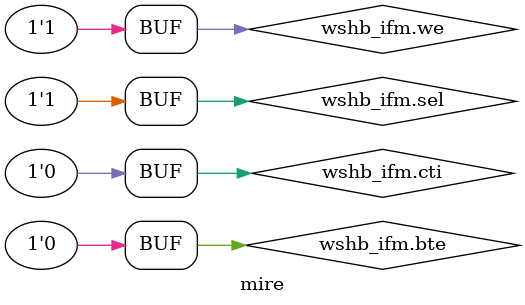
<source format=sv>
module mire (
            wshb_if.master wshb_ifm
            );

parameter HDISP = 800;
parameter VDISP = 480;


logic [$clog2(HDISP)-1:0] pixel_cpt;
logic [$clog2(VDISP)-1:0] line_cpt;


//Calcul des valeurs des compteurs
always_ff @(posedge wshb_ifm.clk or posedge wshb_ifm.rst)begin
   if (wshb_ifm.rst) begin
      line_cpt <= 0;
      pixel_cpt <= 0;
   end
   else begin
      if (wshb_ifm.ack)begin
         if (pixel_cpt == HDISP - 1)begin
            pixel_cpt <= 0;

            if (line_cpt == VDISP - 1)
               line_cpt <= 0;
            else
               line_cpt <= line_cpt + 1;
         end
         else
            pixel_cpt <= pixel_cpt + 1;                  
      end
   end         
end

always_ff @(posedge wshb_ifm.clk or posedge wshb_ifm.rst)begin
   if (wshb_ifm.rst)begin
      wshb_ifm.cyc <= 1;
      wshb_ifm.stb <= 0;
      wshb_ifm.adr <= 0;
      wshb_ifm.dat_ms <= 0;
   end
   else begin 
      if (pixel_cpt%64 == 0) begin
         wshb_ifm.cyc <= 0;
         wshb_ifm.stb <= 0;
      end
      else begin
         wshb_ifm.cyc <= 1;
         wshb_ifm.stb <= 1;         
      end

      wshb_ifm.adr <= (HDISP * line_cpt + pixel_cpt) * 4;

      if (pixel_cpt%16 == 0 || line_cpt%16 == 0)
         wshb_ifm.dat_ms <= 32'hffffff;
      else
         wshb_ifm.dat_ms <= 32'h0;



   end
end

/*
assign wshb_ifm.adr = (HDISP * line_cpt + pixel_cpt) * 4;

always_comb begin 
   if (pixel_cpt%16 == 0 || line_cpt%16 == 0)
      wshb_ifm.dat_ms = 32'hffffff;
   else
      wshb_ifm.dat_ms = 32'h0;
end
 */

assign wshb_ifm.sel = 4'b1111; //DATA_BYTES = 4
assign wshb_ifm.we = 1'b1;
assign wshb_ifm.cti = 3'b0;
assign wshb_ifm.bte = 2'b0;

endmodule
</source>
